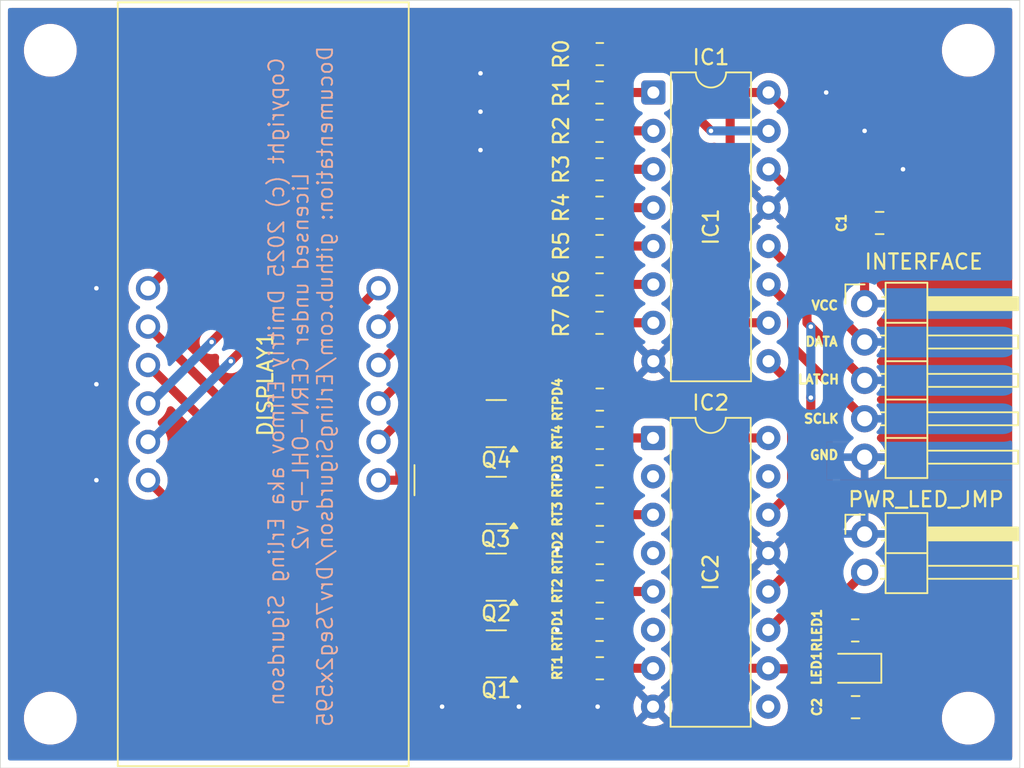
<source format=kicad_pcb>
(kicad_pcb (version 20241229) (generator "pcbnew") (generator_version "9.0")
  (layers (0 "F.Cu" signal) (2 "B.Cu" signal) (13 "F.Paste" user) (15 "B.Paste" user) (5 "F.SilkS" user "F.Silkscreen") (7 "B.SilkS" user "B.Silkscreen") (1 "F.Mask" user) (3 "B.Mask" user) (25 "Edge.Cuts" user))
  (net 0 "")
  (net 1 "Net-(IC1-Q0)")
  (net 2 "Net-(IC1-Q1)")
  (net 3 "Net-(IC1-Q2)")
  (net 4 "Net-(IC1-Q3)")
  (net 5 "Net-(IC1-Q4)")
  (net 6 "Net-(IC1-Q5)")
  (net 7 "Net-(IC1-Q6)")
  (net 8 "Net-(IC1-Q7)")
  (net 9 "VCC")
  (net 10 "GND")
  (net 11 "Net-(IC1-Q7S)")
  (net 13 "Net-(IC2-Q1)")
  (net 14 "Net-(IC2-Q3)")
  (net 17 "Net-(IC2-Q7)")
  (net 19 "Net-(IC2-Q5)")
  (net 21 "Net-(Q1-B)")
  (net 22 "Net-(Q2-B)")
  (net 23 "Net-(Q3-B)")
  (net 24 "Net-(Q4-B)")
  (net 25 "Net-(D1-K)")
  (net 26 "Net-(DISPLAY1-D1)")
  (net 27 "Net-(DISPLAY1-E)")
  (net 28 "Net-(DISPLAY1-B)")
  (net 29 "Net-(DISPLAY1-C)")
  (net 30 "Net-(DISPLAY1-G)")
  (net 31 "Net-(DISPLAY1-D3)")
  (net 32 "Net-(DISPLAY1-DP)")
  (net 33 "Net-(DISPLAY1-F)")
  (net 34 "Net-(DISPLAY1-D2)")
  (net 35 "Net-(DISPLAY1-D4)")
  (net 36 "Net-(DISPLAY1-D)")
  (net 37 "Net-(DISPLAY1-A)")
  (net 38 "Net-(IC1-LATCH)")
  (net 39 "Net-(IC1-DATA)")
  (net 40 "Net-(IC1-SCLK)")
  (net 41 "Net-(J2-Pin_1)")
  (footprint "Resistor_SMD:R_0805_2012Metric_Pad1.20x1.40mm_HandSolder" (layer "F.Cu") (at 156.48 93.98)
    (property "Reference" "RTPD4" (at -2.794 0 90) (layer "F.SilkS") (effects (font (size 0.6 0.6))))
    (property "Value" "1k5" (hide yes))
    (fp_line (start -0.227064 -0.735) (end 0.227064 -0.735) (stroke (width 0.12)) (layer "F.SilkS"))
    (fp_line (start -0.227064 0.735) (end 0.227064 0.735) (stroke (width 0.12)) (layer "F.SilkS"))
    (pad "1" smd roundrect (at -1 0) (size 1.2 1.4) (layers "F.Cu" "F.Mask" "F.Paste") (roundrect_rratio 0.208333) (net 10 "GND"))
    (pad "2" smd roundrect (at 1 0) (size 1.2 1.4) (layers "F.Cu" "F.Mask" "F.Paste") (roundrect_rratio 0.208333) (net 24 "Net-(Q4-B)"))
  )
  (footprint "Capacitor_SMD:C_0805_2012Metric_Pad1.18x1.45mm_HandSolder" (layer "F.Cu") (at 173.3925 114.334 180)
    (property "Reference" "C2" (at 2.5521 0.0086 90) (layer "F.SilkS") (effects (font (size 0.6 0.6))))
    (property "Value" "0.1 μF" (hide yes))
    (fp_line (start -0.261252 0.735) (end 0.261252 0.735) (stroke (width 0.12)) (layer "F.SilkS"))
    (fp_line (start -0.261252 -0.735) (end 0.261252 -0.735) (stroke (width 0.12)) (layer "F.SilkS"))
    (pad "1" smd roundrect (at -1.0375 0 180) (size 1.175 1.45) (layers "F.Cu" "F.Mask" "F.Paste") (roundrect_rratio 0.212766) (net 10 "GND"))
    (pad "2" smd roundrect (at 1.0375 0 180) (size 1.175 1.45) (layers "F.Cu" "F.Mask" "F.Paste") (roundrect_rratio 0.212766) (net 9 "VCC"))
  )
  (footprint "Resistor_SMD:R_0805_2012Metric_Pad1.20x1.40mm_HandSolder" (layer "F.Cu") (at 156.48 104.14)
    (property "Reference" "RTPD2" (at -2.794 0 90) (layer "F.SilkS") (effects (font (size 0.6 0.6))))
    (property "Value" "1k5" (hide yes))
    (fp_line (start -0.227064 -0.735) (end 0.227064 -0.735) (stroke (width 0.12)) (layer "F.SilkS"))
    (fp_line (start -0.227064 0.735) (end 0.227064 0.735) (stroke (width 0.12)) (layer "F.SilkS"))
    (pad "1" smd roundrect (at -1 0) (size 1.2 1.4) (layers "F.Cu" "F.Mask" "F.Paste") (roundrect_rratio 0.208333) (net 10 "GND"))
    (pad "2" smd roundrect (at 1 0) (size 1.2 1.4) (layers "F.Cu" "F.Mask" "F.Paste") (roundrect_rratio 0.208333) (net 22 "Net-(Q2-B)"))
  )
  (footprint "Resistor_SMD:R_0805_2012Metric_Pad1.20x1.40mm_HandSolder" (layer "F.Cu") (at 156.464 99.06)
    (property "Reference" "RTPD3" (at -2.794 0 90) (layer "F.SilkS") (effects (font (size 0.6 0.6))))
    (property "Value" "1k5" (hide yes))
    (fp_line (start -0.227064 -0.735) (end 0.227064 -0.735) (stroke (width 0.12)) (layer "F.SilkS"))
    (fp_line (start -0.227064 0.735) (end 0.227064 0.735) (stroke (width 0.12)) (layer "F.SilkS"))
    (pad "1" smd roundrect (at -1 0) (size 1.2 1.4) (layers "F.Cu" "F.Mask" "F.Paste") (roundrect_rratio 0.208333) (net 10 "GND"))
    (pad "2" smd roundrect (at 1 0) (size 1.2 1.4) (layers "F.Cu" "F.Mask" "F.Paste") (roundrect_rratio 0.208333) (net 23 "Net-(Q3-B)"))
  )
  (footprint "Package_DIP:DIP-16_W7.62mm" (layer "F.Cu") (at 160.02 73.66)
    (property "Reference" "IC1" (at 3.81 -2.33 0) (layer "F.SilkS"))
    (property "Value" "74HC595" (hide yes))
    (fp_line (start 1.16 -1.33) (end 1.16 19.11) (stroke (width 0.12)) (layer "F.SilkS"))
    (fp_line (start 1.16 19.11) (end 6.46 19.11) (stroke (width 0.12)) (layer "F.SilkS"))
    (fp_line (start 2.81 -1.33) (end 1.16 -1.33) (stroke (width 0.12)) (layer "F.SilkS"))
    (fp_line (start 6.46 -1.33) (end 4.81 -1.33) (stroke (width 0.12)) (layer "F.SilkS"))
    (fp_line (start 6.46 19.11) (end 6.46 -1.33) (stroke (width 0.12)) (layer "F.SilkS"))
    (fp_arc (start 4.81 -1.33) (mid 3.81 -0.33) (end 2.81 -1.33) (stroke (width 0.12)) (layer "F.SilkS"))
    (fp_text user "${REFERENCE}" (at 3.81 8.89 90) (layer "F.SilkS"))
    (pad "1" thru_hole roundrect (at 0 0) (size 1.6 1.6) (drill 0.8) (layers "*.Cu" "*.Mask") (roundrect_rratio 0.15625) (net 2 "Net-(IC1-Q1)"))
    (pad "2" thru_hole circle (at 0 2.54) (size 1.6 1.6) (drill 0.8) (layers "*.Cu" "*.Mask") (net 3 "Net-(IC1-Q2)"))
    (pad "3" thru_hole circle (at 0 5.08) (size 1.6 1.6) (drill 0.8) (layers "*.Cu" "*.Mask") (net 4 "Net-(IC1-Q3)"))
    (pad "4" thru_hole circle (at 0 7.62) (size 1.6 1.6) (drill 0.8) (layers "*.Cu" "*.Mask") (net 5 "Net-(IC1-Q4)"))
    (pad "5" thru_hole circle (at 0 10.16) (size 1.6 1.6) (drill 0.8) (layers "*.Cu" "*.Mask") (net 6 "Net-(IC1-Q5)"))
    (pad "6" thru_hole circle (at 0 12.7) (size 1.6 1.6) (drill 0.8) (layers "*.Cu" "*.Mask") (net 7 "Net-(IC1-Q6)"))
    (pad "7" thru_hole circle (at 0 15.24) (size 1.6 1.6) (drill 0.8) (layers "*.Cu" "*.Mask") (net 8 "Net-(IC1-Q7)"))
    (pad "8" thru_hole circle (at 0 17.78) (size 1.6 1.6) (drill 0.8) (layers "*.Cu" "*.Mask") (net 10 "GND"))
    (pad "9" thru_hole circle (at 7.62 17.78) (size 1.6 1.6) (drill 0.8) (layers "*.Cu" "*.Mask") (net 11 "Net-(IC1-Q7S)"))
    (pad "10" thru_hole circle (at 7.62 15.24) (size 1.6 1.6) (drill 0.8) (layers "*.Cu" "*.Mask") (net 9 "VCC"))
    (pad "11" thru_hole circle (at 7.62 12.7) (size 1.6 1.6) (drill 0.8) (layers "*.Cu" "*.Mask") (net 40 "Net-(IC1-SCLK)"))
    (pad "12" thru_hole circle (at 7.62 10.16) (size 1.6 1.6) (drill 0.8) (layers "*.Cu" "*.Mask") (net 38 "Net-(IC1-LATCH)"))
    (pad "13" thru_hole circle (at 7.62 7.62) (size 1.6 1.6) (drill 0.8) (layers "*.Cu" "*.Mask") (net 10 "GND"))
    (pad "14" thru_hole circle (at 7.62 5.08) (size 1.6 1.6) (drill 0.8) (layers "*.Cu" "*.Mask") (net 39 "Net-(IC1-DATA)"))
    (pad "15" thru_hole circle (at 7.62 2.54) (size 1.6 1.6) (drill 0.8) (layers "*.Cu" "*.Mask") (net 1 "Net-(IC1-Q0)"))
    (pad "16" thru_hole circle (at 7.62 0) (size 1.6 1.6) (drill 0.8) (layers "*.Cu" "*.Mask") (net 9 "VCC"))
  )
  (footprint "Resistor_SMD:R_0805_2012Metric_Pad1.20x1.40mm_HandSolder" (layer "F.Cu") (at 156.48 106.68)
    (property "Reference" "RT2" (at -2.81 -0.04 90) (layer "F.SilkS") (effects (font (size 0.6 0.6))))
    (property "Value" "1k5" (hide yes))
    (fp_line (start -0.227064 -0.735) (end 0.227064 -0.735) (stroke (width 0.12)) (layer "F.SilkS"))
    (fp_line (start -0.227064 0.735) (end 0.227064 0.735) (stroke (width 0.12)) (layer "F.SilkS"))
    (pad "1" smd roundrect (at -1 0) (size 1.2 1.4) (layers "F.Cu" "F.Mask" "F.Paste") (roundrect_rratio 0.208333) (net 22 "Net-(Q2-B)"))
    (pad "2" smd roundrect (at 1 0) (size 1.2 1.4) (layers "F.Cu" "F.Mask" "F.Paste") (roundrect_rratio 0.208333) (net 19 "Net-(IC2-Q5)"))
  )
  (footprint "MountingHole:MountingHole_3mm" (layer "F.Cu") (at 120.142 115.062)
    (property "Reference" "Hole3" (hide yes))
    (property "Value" "MountingHole" (hide yes))
    (pad "" np_thru_hole circle (at 0 0) (size 3 3) (drill 3) (layers "*.Cu" "*.Mask"))
  )
  (footprint "Resistor_SMD:R_0805_2012Metric_Pad1.20x1.40mm_HandSolder" (layer "F.Cu") (at 156.464 76.2)
    (property "Reference" "R2" (at -2.54 0 90) (layer "F.SilkS"))
    (property "Value" "330" (hide yes))
    (fp_line (start -0.227064 -0.735) (end 0.227064 -0.735) (stroke (width 0.12)) (layer "F.SilkS"))
    (fp_line (start -0.227064 0.735) (end 0.227064 0.735) (stroke (width 0.12)) (layer "F.SilkS"))
    (pad "1" smd roundrect (at -1 0) (size 1.2 1.4) (layers "F.Cu" "F.Mask" "F.Paste") (roundrect_rratio 0.208333) (net 37 "Net-(DISPLAY1-A)"))
    (pad "2" smd roundrect (at 1 0) (size 1.2 1.4) (layers "F.Cu" "F.Mask" "F.Paste") (roundrect_rratio 0.208333) (net 3 "Net-(IC1-Q2)"))
  )
  (footprint "Drv7Seg2x595:PinHeader_1x05_P2.54mm_Horizontal" (layer "F.Cu") (at 173.99 87.63)
    (property "Reference" "J1" (hide yes))
    (property "Value" "INTERFACE" (at 3.908303 -2.772658 0) (layer "F.SilkS"))
    (fp_line (start -1.27 -1.27) (end 0 -1.27) (stroke (width 0.12)) (layer "F.SilkS"))
    (fp_line (start -1.27 0) (end -1.27 -1.27) (stroke (width 0.12)) (layer "F.SilkS"))
    (fp_line (start 1.077358 2.11) (end 1.39 2.11) (stroke (width 0.12)) (layer "F.SilkS"))
    (fp_line (start 1.077358 2.97) (end 1.39 2.97) (stroke (width 0.12)) (layer "F.SilkS"))
    (fp_line (start 1.077358 4.65) (end 1.39 4.65) (stroke (width 0.12)) (layer "F.SilkS"))
    (fp_line (start 1.077358 5.51) (end 1.39 5.51) (stroke (width 0.12)) (layer "F.SilkS"))
    (fp_line (start 1.077358 7.19) (end 1.39 7.19) (stroke (width 0.12)) (layer "F.SilkS"))
    (fp_line (start 1.077358 8.05) (end 1.39 8.05) (stroke (width 0.12)) (layer "F.SilkS"))
    (fp_line (start 1.077358 9.73) (end 1.39 9.73) (stroke (width 0.12)) (layer "F.SilkS"))
    (fp_line (start 1.077358 10.59) (end 1.39 10.59) (stroke (width 0.12)) (layer "F.SilkS"))
    (fp_line (start 1.16 -0.43) (end 1.39 -0.43) (stroke (width 0.12)) (layer "F.SilkS"))
    (fp_line (start 1.16 0.43) (end 1.39 0.43) (stroke (width 0.12)) (layer "F.SilkS"))
    (fp_line (start 1.39 -1.38) (end 1.39 11.54) (stroke (width 0.12)) (layer "F.SilkS"))
    (fp_line (start 1.39 1.27) (end 4.15 1.27) (stroke (width 0.12)) (layer "F.SilkS"))
    (fp_line (start 1.39 3.81) (end 4.15 3.81) (stroke (width 0.12)) (layer "F.SilkS"))
    (fp_line (start 1.39 6.35) (end 4.15 6.35) (stroke (width 0.12)) (layer "F.SilkS"))
    (fp_line (start 1.39 8.89) (end 4.15 8.89) (stroke (width 0.12)) (layer "F.SilkS"))
    (fp_line (start 1.39 11.54) (end 4.15 11.54) (stroke (width 0.12)) (layer "F.SilkS"))
    (fp_line (start 4.15 -1.38) (end 1.39 -1.38) (stroke (width 0.12)) (layer "F.SilkS"))
    (fp_line (start 4.15 2.11) (end 10.15 2.11) (stroke (width 0.12)) (layer "F.SilkS"))
    (fp_line (start 4.15 4.65) (end 10.15 4.65) (stroke (width 0.12)) (layer "F.SilkS"))
    (fp_line (start 4.15 7.19) (end 10.15 7.19) (stroke (width 0.12)) (layer "F.SilkS"))
    (fp_line (start 4.15 9.73) (end 10.15 9.73) (stroke (width 0.12)) (layer "F.SilkS"))
    (fp_line (start 4.15 11.54) (end 4.15 -1.38) (stroke (width 0.12)) (layer "F.SilkS"))
    (fp_line (start 10.15 2.11) (end 10.15 2.97) (stroke (width 0.12)) (layer "F.SilkS"))
    (fp_line (start 10.15 2.97) (end 4.15 2.97) (stroke (width 0.12)) (layer "F.SilkS"))
    (fp_line (start 10.15 4.65) (end 10.15 5.51) (stroke (width 0.12)) (layer "F.SilkS"))
    (fp_line (start 10.15 5.51) (end 4.15 5.51) (stroke (width 0.12)) (layer "F.SilkS"))
    (fp_line (start 10.15 7.19) (end 10.15 8.05) (stroke (width 0.12)) (layer "F.SilkS"))
    (fp_line (start 10.15 8.05) (end 4.15 8.05) (stroke (width 0.12)) (layer "F.SilkS"))
    (fp_line (start 10.15 9.73) (end 10.15 10.59) (stroke (width 0.12)) (layer "F.SilkS"))
    (fp_line (start 10.15 10.59) (end 4.15 10.59) (stroke (width 0.12)) (layer "F.SilkS"))
    (fp_rect (start 4.15 -0.43) (end 10.15 0.43) (stroke (width 0.12)) (fill yes) (layer "F.SilkS"))
    (pad "1" thru_hole circle (at 0 0) (size 1.8 1.8) (drill 1) (layers "*.Cu" "*.Mask") (net 9 "VCC"))
    (pad "2" thru_hole circle (at 0 2.54) (size 1.8 1.8) (drill 1) (layers "*.Cu" "*.Mask") (net 39 "Net-(IC1-DATA)"))
    (pad "3" thru_hole circle (at 0 5.08) (size 1.8 1.8) (drill 1) (layers "*.Cu" "*.Mask") (net 38 "Net-(IC1-LATCH)"))
    (pad "4" thru_hole circle (at 0 7.62) (size 1.8 1.8) (drill 1) (layers "*.Cu" "*.Mask") (net 40 "Net-(IC1-SCLK)"))
    (pad "5" thru_hole circle (at 0 10.16) (size 1.8 1.8) (drill 1) (layers "*.Cu" "*.Mask") (net 10 "GND"))
  )
  (footprint "Resistor_SMD:R_0805_2012Metric_Pad1.20x1.40mm_HandSolder" (layer "F.Cu") (at 156.464 78.74)
    (property "Reference" "R3" (at -2.54 0 90) (layer "F.SilkS"))
    (property "Value" "330" (hide yes))
    (fp_line (start -0.227064 -0.735) (end 0.227064 -0.735) (stroke (width 0.12)) (layer "F.SilkS"))
    (fp_line (start -0.227064 0.735) (end 0.227064 0.735) (stroke (width 0.12)) (layer "F.SilkS"))
    (pad "1" smd roundrect (at -1 0) (size 1.2 1.4) (layers "F.Cu" "F.Mask" "F.Paste") (roundrect_rratio 0.208333) (net 30 "Net-(DISPLAY1-G)"))
    (pad "2" smd roundrect (at 1 0) (size 1.2 1.4) (layers "F.Cu" "F.Mask" "F.Paste") (roundrect_rratio 0.208333) (net 4 "Net-(IC1-Q3)"))
  )
  (footprint "Resistor_SMD:R_0805_2012Metric_Pad1.20x1.40mm_HandSolder" (layer "F.Cu") (at 173.371 109.254)
    (property "Reference" "RLED1" (at -2.5306 -0.0086 90) (layer "F.SilkS") (effects (font (size 0.6 0.6))))
    (property "Value" "330" (hide yes))
    (fp_line (start -0.227064 -0.735) (end 0.227064 -0.735) (stroke (width 0.12)) (layer "F.SilkS"))
    (fp_line (start -0.227064 0.735) (end 0.227064 0.735) (stroke (width 0.12)) (layer "F.SilkS"))
    (pad "1" smd roundrect (at -1 0) (size 1.2 1.4) (layers "F.Cu" "F.Mask" "F.Paste") (roundrect_rratio 0.208333) (net 41 "Net-(J2-Pin_1)"))
    (pad "2" smd roundrect (at 1 0) (size 1.2 1.4) (layers "F.Cu" "F.Mask" "F.Paste") (roundrect_rratio 0.208333) (net 25 "Net-(D1-K)"))
  )
  (footprint "Resistor_SMD:R_0805_2012Metric_Pad1.20x1.40mm_HandSolder" (layer "F.Cu") (at 156.464 83.82)
    (property "Reference" "R5" (at -2.54 0 90) (layer "F.SilkS"))
    (property "Value" "330" (hide yes))
    (fp_line (start -0.227064 -0.735) (end 0.227064 -0.735) (stroke (width 0.12)) (layer "F.SilkS"))
    (fp_line (start -0.227064 0.735) (end 0.227064 0.735) (stroke (width 0.12)) (layer "F.SilkS"))
    (pad "1" smd roundrect (at -1 0) (size 1.2 1.4) (layers "F.Cu" "F.Mask" "F.Paste") (roundrect_rratio 0.208333) (net 32 "Net-(DISPLAY1-DP)"))
    (pad "2" smd roundrect (at 1 0) (size 1.2 1.4) (layers "F.Cu" "F.Mask" "F.Paste") (roundrect_rratio 0.208333) (net 6 "Net-(IC1-Q5)"))
  )
  (footprint "Resistor_SMD:R_0805_2012Metric_Pad1.20x1.40mm_HandSolder" (layer "F.Cu") (at 156.464 88.9)
    (property "Reference" "R7" (at -2.54 0 90) (layer "F.SilkS"))
    (property "Value" "330" (hide yes))
    (fp_line (start -0.227064 -0.735) (end 0.227064 -0.735) (stroke (width 0.12)) (layer "F.SilkS"))
    (fp_line (start -0.227064 0.735) (end 0.227064 0.735) (stroke (width 0.12)) (layer "F.SilkS"))
    (pad "1" smd roundrect (at -1 0) (size 1.2 1.4) (layers "F.Cu" "F.Mask" "F.Paste") (roundrect_rratio 0.208333) (net 27 "Net-(DISPLAY1-E)"))
    (pad "2" smd roundrect (at 1 0) (size 1.2 1.4) (layers "F.Cu" "F.Mask" "F.Paste") (roundrect_rratio 0.208333) (net 8 "Net-(IC1-Q7)"))
  )
  (footprint "Resistor_SMD:R_0805_2012Metric_Pad1.20x1.40mm_HandSolder" (layer "F.Cu") (at 156.464 81.28)
    (property "Reference" "R4" (at -2.54 0 90) (layer "F.SilkS"))
    (property "Value" "330" (hide yes))
    (fp_line (start -0.227064 -0.735) (end 0.227064 -0.735) (stroke (width 0.12)) (layer "F.SilkS"))
    (fp_line (start -0.227064 0.735) (end 0.227064 0.735) (stroke (width 0.12)) (layer "F.SilkS"))
    (pad "1" smd roundrect (at -1 0) (size 1.2 1.4) (layers "F.Cu" "F.Mask" "F.Paste") (roundrect_rratio 0.208333) (net 29 "Net-(DISPLAY1-C)"))
    (pad "2" smd roundrect (at 1 0) (size 1.2 1.4) (layers "F.Cu" "F.Mask" "F.Paste") (roundrect_rratio 0.208333) (net 5 "Net-(IC1-Q4)"))
  )
  (footprint "Package_DIP:DIP-16_W7.62mm" (layer "F.Cu") (at 160 96.52)
    (property "Reference" "IC2" (at 3.81 -2.33 0) (layer "F.SilkS"))
    (property "Value" "74HC595" (hide yes))
    (fp_line (start 1.16 -1.33) (end 1.16 19.11) (stroke (width 0.12)) (layer "F.SilkS"))
    (fp_line (start 1.16 19.11) (end 6.46 19.11) (stroke (width 0.12)) (layer "F.SilkS"))
    (fp_line (start 2.81 -1.33) (end 1.16 -1.33) (stroke (width 0.12)) (layer "F.SilkS"))
    (fp_line (start 6.46 -1.33) (end 4.81 -1.33) (stroke (width 0.12)) (layer "F.SilkS"))
    (fp_line (start 6.46 19.11) (end 6.46 -1.33) (stroke (width 0.12)) (layer "F.SilkS"))
    (fp_arc (start 4.81 -1.33) (mid 3.81 -0.33) (end 2.81 -1.33) (stroke (width 0.12)) (layer "F.SilkS"))
    (fp_text user "${REFERENCE}" (at 3.81 8.89 90) (layer "F.SilkS"))
    (pad "1" thru_hole roundrect (at 0 0) (size 1.6 1.6) (drill 0.8) (layers "*.Cu" "*.Mask") (roundrect_rratio 0.15625) (net 13 "Net-(IC2-Q1)"))
    (pad "2" thru_hole circle (at 0 2.54) (size 1.6 1.6) (drill 0.8) (layers "*.Cu" "*.Mask"))
    (pad "3" thru_hole circle (at 0 5.08) (size 1.6 1.6) (drill 0.8) (layers "*.Cu" "*.Mask") (net 14 "Net-(IC2-Q3)"))
    (pad "4" thru_hole circle (at 0 7.62) (size 1.6 1.6) (drill 0.8) (layers "*.Cu" "*.Mask"))
    (pad "5" thru_hole circle (at 0 10.16) (size 1.6 1.6) (drill 0.8) (layers "*.Cu" "*.Mask") (net 19 "Net-(IC2-Q5)"))
    (pad "6" thru_hole circle (at 0 12.7) (size 1.6 1.6) (drill 0.8) (layers "*.Cu" "*.Mask"))
    (pad "7" thru_hole circle (at 0 15.24) (size 1.6 1.6) (drill 0.8) (layers "*.Cu" "*.Mask") (net 17 "Net-(IC2-Q7)"))
    (pad "8" thru_hole circle (at 0 17.78) (size 1.6 1.6) (drill 0.8) (layers "*.Cu" "*.Mask") (net 10 "GND"))
    (pad "9" thru_hole circle (at 7.62 17.78) (size 1.6 1.6) (drill 0.8) (layers "*.Cu" "*.Mask"))
    (pad "10" thru_hole circle (at 7.62 15.24) (size 1.6 1.6) (drill 0.8) (layers "*.Cu" "*.Mask") (net 9 "VCC"))
    (pad "11" thru_hole circle (at 7.62 12.7) (size 1.6 1.6) (drill 0.8) (layers "*.Cu" "*.Mask") (net 40 "Net-(IC1-SCLK)"))
    (pad "12" thru_hole circle (at 7.62 10.16) (size 1.6 1.6) (drill 0.8) (layers "*.Cu" "*.Mask") (net 38 "Net-(IC1-LATCH)"))
    (pad "13" thru_hole circle (at 7.62 7.62) (size 1.6 1.6) (drill 0.8) (layers "*.Cu" "*.Mask") (net 10 "GND"))
    (pad "14" thru_hole circle (at 7.62 5.08) (size 1.6 1.6) (drill 0.8) (layers "*.Cu" "*.Mask") (net 11 "Net-(IC1-Q7S)"))
    (pad "15" thru_hole circle (at 7.62 2.54) (size 1.6 1.6) (drill 0.8) (layers "*.Cu" "*.Mask"))
    (pad "16" thru_hole circle (at 7.62 0) (size 1.6 1.6) (drill 0.8) (layers "*.Cu" "*.Mask") (net 9 "VCC"))
  )
  (footprint "MountingHole:MountingHole_3mm" (layer "F.Cu") (at 120.142 70.866)
    (property "Reference" "Hole4" (hide yes))
    (property "Value" "MountingHole" (hide yes))
    (pad "" np_thru_hole circle (at 0 0) (size 3 3) (drill 3) (layers "*.Cu" "*.Mask"))
  )
  (footprint "Drv7Seg2x595:display_7seg_4d_0.56in" (layer "F.Cu") (at 141.8435 99.314 180)
    (property "Reference" "DISPLAY1" (hide yes))
    (property "Value" "display_7seg_4d" (hide yes))
    (fp_line (start 17.24 31.62) (end 17.24 -18.92) (stroke (width 0.12)) (layer "F.SilkS"))
    (fp_line (start -2 31.62) (end 17.24 31.62) (stroke (width 0.12)) (layer "F.SilkS"))
    (fp_line (start -2 -18.92) (end 17.24 -18.92) (stroke (width 0.12)) (layer "F.SilkS"))
    (fp_line (start -2 -18.92) (end -2 31.62) (stroke (width 0.12)) (layer "F.SilkS"))
    (fp_line (start -2.38 -1) (end -2.38 1) (stroke (width 0.12)) (layer "F.SilkS"))
    (fp_text user "${REFERENCE}" (at 7.4775 6.35 270) (layer "F.SilkS"))
    (pad "1" thru_hole circle (at 0 0 180) (size 1.6 1.6) (drill 1) (layers "*.Cu" "*.Mask") (net 27 "Net-(DISPLAY1-E)"))
    (pad "2" thru_hole circle (at 0 2.54 180) (size 1.6 1.6) (drill 1) (layers "*.Cu" "*.Mask") (net 36 "Net-(DISPLAY1-D)"))
    (pad "3" thru_hole circle (at 0 5.08 180) (size 1.6 1.6) (drill 1) (layers "*.Cu" "*.Mask") (net 32 "Net-(DISPLAY1-DP)"))
    (pad "4" thru_hole circle (at 0 7.62 180) (size 1.6 1.6) (drill 1) (layers "*.Cu" "*.Mask") (net 29 "Net-(DISPLAY1-C)"))
    (pad "5" thru_hole circle (at 0 10.16 180) (size 1.6 1.6) (drill 1) (layers "*.Cu" "*.Mask") (net 30 "Net-(DISPLAY1-G)"))
    (pad "6" thru_hole circle (at 0 12.7 180) (size 1.6 1.6) (drill 1) (layers "*.Cu" "*.Mask") (net 35 "Net-(DISPLAY1-D4)"))
    (pad "7" thru_hole circle (at 15.24 12.7 180) (size 1.6 1.6) (drill 1) (layers "*.Cu" "*.Mask") (net 28 "Net-(DISPLAY1-B)"))
    (pad "8" thru_hole circle (at 15.24 10.16 180) (size 1.6 1.6) (drill 1) (layers "*.Cu" "*.Mask") (net 31 "Net-(DISPLAY1-D3)"))
    (pad "9" thru_hole circle (at 15.24 7.62 180) (size 1.6 1.6) (drill 1) (layers "*.Cu" "*.Mask") (net 34 "Net-(DISPLAY1-D2)"))
    (pad "10" thru_hole circle (at 15.24 5.08 180) (size 1.6 1.6) (drill 1) (layers "*.Cu" "*.Mask") (net 33 "Net-(DISPLAY1-F)"))
    (pad "11" thru_hole circle (at 15.24 2.54 180) (size 1.6 1.6) (drill 1) (layers "*.Cu" "*.Mask") (net 37 "Net-(DISPLAY1-A)"))
    (pad "12" thru_hole circle (at 15.24 0 180) (size 1.6 1.6) (drill 1) (layers "*.Cu" "*.Mask") (net 26 "Net-(DISPLAY1-D1)"))
  )
  (footprint "Package_TO_SOT_SMD:SOT-23" (layer "F.Cu") (at 149.63 110.81 180)
    (property "Reference" "Q1" (at 0 -2.4 180) (layer "F.SilkS"))
    (property "Value" "MMBT3904" (hide yes))
    (fp_line (start 0 1.56) (end 0.65 1.56) (stroke (width 0.12)) (layer "F.SilkS"))
    (fp_line (start 0 1.56) (end -0.65 1.56) (stroke (width 0.12)) (layer "F.SilkS"))
    (fp_line (start 0 -1.56) (end 0.65 -1.56) (stroke (width 0.12)) (layer "F.SilkS"))
    (fp_line (start 0 -1.56) (end -0.65 -1.56) (stroke (width 0.12)) (layer "F.SilkS"))
    (fp_poly (pts (xy -1.1625 -1.51) (xy -1.4025 -1.84) (xy -0.9225 -1.84)) (stroke (width 0.12)) (fill yes) (layer "F.SilkS"))
    (pad "1" smd roundrect (at -0.9375 -0.95 180) (size 1.475 0.6) (layers "F.Cu" "F.Mask" "F.Paste") (net 21 "Net-(Q1-B)"))
    (pad "2" smd roundrect (at -0.9375 0.95 180) (size 1.475 0.6) (layers "F.Cu" "F.Mask" "F.Paste") (net 10 "GND"))
    (pad "3" smd roundrect (at 0.9375 0 180) (size 1.475 0.6) (layers "F.Cu" "F.Mask" "F.Paste") (net 26 "Net-(DISPLAY1-D1)"))
  )
  (footprint "Resistor_SMD:R_0805_2012Metric_Pad1.20x1.40mm_HandSolder" (layer "F.Cu") (at 156.48 96.52)
    (property "Reference" "RT4" (at -2.81 -0.04 90) (layer "F.SilkS") (effects (font (size 0.6 0.6))))
    (property "Value" "1k5" (hide yes))
    (fp_line (start -0.227064 -0.735) (end 0.227064 -0.735) (stroke (width 0.12)) (layer "F.SilkS"))
    (fp_line (start -0.227064 0.735) (end 0.227064 0.735) (stroke (width 0.12)) (layer "F.SilkS"))
    (pad "1" smd roundrect (at -1 0) (size 1.2 1.4) (layers "F.Cu" "F.Mask" "F.Paste") (roundrect_rratio 0.208333) (net 24 "Net-(Q4-B)"))
    (pad "2" smd roundrect (at 1 0) (size 1.2 1.4) (layers "F.Cu" "F.Mask" "F.Paste") (roundrect_rratio 0.208333) (net 13 "Net-(IC2-Q1)"))
  )
  (footprint "MountingHole:MountingHole_3mm" (layer "F.Cu") (at 180.848 70.866)
    (property "Reference" "Hole1" (hide yes))
    (property "Value" "MountingHole" (hide yes))
    (pad "" np_thru_hole circle (at 0 0) (size 3 3) (drill 3) (layers "*.Cu" "*.Mask"))
  )
  (footprint "Resistor_SMD:R_0805_2012Metric_Pad1.20x1.40mm_HandSolder" (layer "F.Cu") (at 156.464 109.22)
    (property "Reference" "RTPD1" (at -2.794 0 90) (layer "F.SilkS") (effects (font (size 0.6 0.6))))
    (property "Value" "1k5" (hide yes))
    (fp_line (start -0.227064 -0.735) (end 0.227064 -0.735) (stroke (width 0.12)) (layer "F.SilkS"))
    (fp_line (start -0.227064 0.735) (end 0.227064 0.735) (stroke (width 0.12)) (layer "F.SilkS"))
    (pad "1" smd roundrect (at -1 0) (size 1.2 1.4) (layers "F.Cu" "F.Mask" "F.Paste") (roundrect_rratio 0.208333) (net 10 "GND"))
    (pad "2" smd roundrect (at 1 0) (size 1.2 1.4) (layers "F.Cu" "F.Mask" "F.Paste") (roundrect_rratio 0.208333) (net 21 "Net-(Q1-B)"))
  )
  (footprint "MountingHole:MountingHole_3mm" (layer "F.Cu") (at 180.848 115.062)
    (property "Reference" "Hole2" (hide yes))
    (property "Value" "MountingHole" (hide yes))
    (pad "" np_thru_hole circle (at 0 0) (size 3 3) (drill 3) (layers "*.Cu" "*.Mask"))
  )
  (footprint "Package_TO_SOT_SMD:SOT-23" (layer "F.Cu") (at 149.63 95.57 180)
    (property "Reference" "Q4" (at 0 -2.4 180) (layer "F.SilkS"))
    (property "Value" "MMBT3904" (hide yes))
    (fp_line (start 0 1.56) (end 0.65 1.56) (stroke (width 0.12)) (layer "F.SilkS"))
    (fp_line (start 0 1.56) (end -0.65 1.56) (stroke (width 0.12)) (layer "F.SilkS"))
    (fp_line (start 0 -1.56) (end 0.65 -1.56) (stroke (width 0.12)) (layer "F.SilkS"))
    (fp_line (start 0 -1.56) (end -0.65 -1.56) (stroke (width 0.12)) (layer "F.SilkS"))
    (fp_poly (pts (xy -1.1625 -1.51) (xy -1.4025 -1.84) (xy -0.9225 -1.84)) (stroke (width 0.12)) (fill yes) (layer "F.SilkS"))
    (pad "1" smd roundrect (at -0.9375 -0.95 180) (size 1.475 0.6) (layers "F.Cu" "F.Mask" "F.Paste") (net 24 "Net-(Q4-B)"))
    (pad "2" smd roundrect (at -0.9375 0.95 180) (size 1.475 0.6) (layers "F.Cu" "F.Mask" "F.Paste") (net 10 "GND"))
    (pad "3" smd roundrect (at 0.9375 0 180) (size 1.475 0.6) (layers "F.Cu" "F.Mask" "F.Paste") (net 35 "Net-(DISPLAY1-D4)"))
  )
  (footprint "LED_SMD:LED_0805_2012Metric_Pad1.15x1.40mm_HandSolder" (layer "F.Cu") (at 173.237 111.76 180)
    (property "Reference" "D1" (hide yes))
    (property "Value" "LED1" (at 2.422 0 90) (layer "F.SilkS") (effects (font (size 0.6 0.6))))
    (fp_line (start 1 -0.96) (end -1.86 -0.96) (stroke (width 0.12)) (layer "F.SilkS"))
    (fp_line (start -1.86 0.96) (end 1 0.96) (stroke (width 0.12)) (layer "F.SilkS"))
    (fp_line (start -1.86 -0.96) (end -1.86 0.96) (stroke (width 0.12)) (layer "F.SilkS"))
    (pad "1" smd roundrect (at -1.025 0 180) (size 1.15 1.4) (layers "F.Cu" "F.Mask" "F.Paste") (roundrect_rratio 0.217391) (net 25 "Net-(D1-K)"))
    (pad "2" smd roundrect (at 1.025 0 180) (size 1.15 1.4) (layers "F.Cu" "F.Mask" "F.Paste") (roundrect_rratio 0.217391) (net 9 "VCC"))
  )
  (footprint "Capacitor_SMD:C_0805_2012Metric_Pad1.18x1.45mm_HandSolder" (layer "F.Cu") (at 174.9845 82.296)
    (property "Reference" "C1" (at -2.5185 0 90) (layer "F.SilkS") (effects (font (size 0.6 0.6))))
    (property "Value" "0.1 μF" (hide yes))
    (fp_line (start -0.261252 -0.735) (end 0.261252 -0.735) (stroke (width 0.12)) (layer "F.SilkS"))
    (fp_line (start -0.261252 0.735) (end 0.261252 0.735) (stroke (width 0.12)) (layer "F.SilkS"))
    (pad "1" smd roundrect (at -1.0375 0) (size 1.175 1.45) (layers "F.Cu" "F.Mask" "F.Paste") (roundrect_rratio 0.212766) (net 9 "VCC"))
    (pad "2" smd roundrect (at 1.0375 0) (size 1.175 1.45) (layers "F.Cu" "F.Mask" "F.Paste") (roundrect_rratio 0.212766) (net 10 "GND"))
  )
  (footprint "Resistor_SMD:R_0805_2012Metric_Pad1.20x1.40mm_HandSolder" (layer "F.Cu") (at 156.48 111.76)
    (property "Reference" "RT1" (at -2.81 -0.04 90) (layer "F.SilkS") (effects (font (size 0.6 0.6))))
    (property "Value" "1k5" (hide yes))
    (fp_line (start -0.227064 -0.735) (end 0.227064 -0.735) (stroke (width 0.12)) (layer "F.SilkS"))
    (fp_line (start -0.227064 0.735) (end 0.227064 0.735) (stroke (width 0.12)) (layer "F.SilkS"))
    (pad "1" smd roundrect (at -1 0) (size 1.2 1.4) (layers "F.Cu" "F.Mask" "F.Paste") (roundrect_rratio 0.208333) (net 21 "Net-(Q1-B)"))
    (pad "2" smd roundrect (at 1 0) (size 1.2 1.4) (layers "F.Cu" "F.Mask" "F.Paste") (roundrect_rratio 0.208333) (net 17 "Net-(IC2-Q7)"))
  )
  (footprint "Resistor_SMD:R_0805_2012Metric_Pad1.20x1.40mm_HandSolder" (layer "F.Cu") (at 156.464 73.66)
    (property "Reference" "R1" (at -2.54 0 90) (layer "F.SilkS"))
    (property "Value" "330" (hide yes))
    (fp_line (start -0.227064 -0.735) (end 0.227064 -0.735) (stroke (width 0.12)) (layer "F.SilkS"))
    (fp_line (start -0.227064 0.735) (end 0.227064 0.735) (stroke (width 0.12)) (layer "F.SilkS"))
    (pad "1" smd roundrect (at -1 0) (size 1.2 1.4) (layers "F.Cu" "F.Mask" "F.Paste") (roundrect_rratio 0.208333) (net 33 "Net-(DISPLAY1-F)"))
    (pad "2" smd roundrect (at 1 0) (size 1.2 1.4) (layers "F.Cu" "F.Mask" "F.Paste") (roundrect_rratio 0.208333) (net 2 "Net-(IC1-Q1)"))
  )
  (footprint "Resistor_SMD:R_0805_2012Metric_Pad1.20x1.40mm_HandSolder" (layer "F.Cu") (at 156.464 86.36)
    (property "Reference" "R6" (at -2.54 0 90) (layer "F.SilkS"))
    (property "Value" "330" (hide yes))
    (fp_line (start -0.227064 -0.735) (end 0.227064 -0.735) (stroke (width 0.12)) (layer "F.SilkS"))
    (fp_line (start -0.227064 0.735) (end 0.227064 0.735) (stroke (width 0.12)) (layer "F.SilkS"))
    (pad "1" smd roundrect (at -1 0) (size 1.2 1.4) (layers "F.Cu" "F.Mask" "F.Paste") (roundrect_rratio 0.208333) (net 36 "Net-(DISPLAY1-D)"))
    (pad "2" smd roundrect (at 1 0) (size 1.2 1.4) (layers "F.Cu" "F.Mask" "F.Paste") (roundrect_rratio 0.208333) (net 7 "Net-(IC1-Q6)"))
  )
  (footprint "Package_TO_SOT_SMD:SOT-23" (layer "F.Cu") (at 149.63 105.73 180)
    (property "Reference" "Q2" (at 0 -2.4 180) (layer "F.SilkS"))
    (property "Value" "MMBT3904" (hide yes))
    (fp_line (start 0 1.56) (end 0.65 1.56) (stroke (width 0.12)) (layer "F.SilkS"))
    (fp_line (start 0 1.56) (end -0.65 1.56) (stroke (width 0.12)) (layer "F.SilkS"))
    (fp_line (start 0 -1.56) (end 0.65 -1.56) (stroke (width 0.12)) (layer "F.SilkS"))
    (fp_line (start 0 -1.56) (end -0.65 -1.56) (stroke (width 0.12)) (layer "F.SilkS"))
    (fp_poly (pts (xy -1.1625 -1.51) (xy -1.4025 -1.84) (xy -0.9225 -1.84)) (stroke (width 0.12)) (fill yes) (layer "F.SilkS"))
    (pad "1" smd roundrect (at -0.9375 -0.95 180) (size 1.475 0.6) (layers "F.Cu" "F.Mask" "F.Paste") (net 22 "Net-(Q2-B)"))
    (pad "2" smd roundrect (at -0.9375 0.95 180) (size 1.475 0.6) (layers "F.Cu" "F.Mask" "F.Paste") (net 10 "GND"))
    (pad "3" smd roundrect (at 0.9375 0 180) (size 1.475 0.6) (layers "F.Cu" "F.Mask" "F.Paste") (net 34 "Net-(DISPLAY1-D2)"))
  )
  (footprint "Resistor_SMD:R_0805_2012Metric_Pad1.20x1.40mm_HandSolder" (layer "F.Cu") (at 156.48 101.6)
    (property "Reference" "RT3" (at -2.81 -0.04 90) (layer "F.SilkS") (effects (font (size 0.6 0.6))))
    (property "Value" "1k5" (hide yes))
    (fp_line (start -0.227064 -0.735) (end 0.227064 -0.735) (stroke (width 0.12)) (layer "F.SilkS"))
    (fp_line (start -0.227064 0.735) (end 0.227064 0.735) (stroke (width 0.12)) (layer "F.SilkS"))
    (pad "1" smd roundrect (at -1 0) (size 1.2 1.4) (layers "F.Cu" "F.Mask" "F.Paste") (roundrect_rratio 0.208333) (net 23 "Net-(Q3-B)"))
    (pad "2" smd roundrect (at 1 0) (size 1.2 1.4) (layers "F.Cu" "F.Mask" "F.Paste") (roundrect_rratio 0.208333) (net 14 "Net-(IC2-Q3)"))
  )
  (footprint "Package_TO_SOT_SMD:SOT-23" (layer "F.Cu") (at 149.63 100.65 180)
    (property "Reference" "Q3" (at 0.0494 -2.5502 180) (layer "F.SilkS"))
    (property "Value" "MMBT3904" (hide yes))
    (fp_line (start 0 1.56) (end 0.65 1.56) (stroke (width 0.12)) (layer "F.SilkS"))
    (fp_line (start 0 1.56) (end -0.65 1.56) (stroke (width 0.12)) (layer "F.SilkS"))
    (fp_line (start 0 -1.56) (end 0.65 -1.56) (stroke (width 0.12)) (layer "F.SilkS"))
    (fp_line (start 0 -1.56) (end -0.65 -1.56) (stroke (width 0.12)) (layer "F.SilkS"))
    (fp_poly (pts (xy -1.1625 -1.51) (xy -1.4025 -1.84) (xy -0.9225 -1.84)) (stroke (width 0.12)) (fill yes) (layer "F.SilkS"))
    (pad "1" smd roundrect (at -0.9375 -0.95 180) (size 1.475 0.6) (layers "F.Cu" "F.Mask" "F.Paste") (net 23 "Net-(Q3-B)"))
    (pad "2" smd roundrect (at -0.9375 0.95 180) (size 1.475 0.6) (layers "F.Cu" "F.Mask" "F.Paste") (net 10 "GND"))
    (pad "3" smd roundrect (at 0.9375 0 180) (size 1.475 0.6) (layers "F.Cu" "F.Mask" "F.Paste") (net 31 "Net-(DISPLAY1-D3)"))
  )
  (footprint "Resistor_SMD:R_0805_2012Metric_Pad1.20x1.40mm_HandSolder" (layer "F.Cu") (at 156.48 71.12)
    (property "Reference" "R0" (at -2.556 0 90) (layer "F.SilkS"))
    (property "Value" "330" (hide yes))
    (fp_line (start -0.227064 -0.735) (end 0.227064 -0.735) (stroke (width 0.12)) (layer "F.SilkS"))
    (fp_line (start -0.227064 0.735) (end 0.227064 0.735) (stroke (width 0.12)) (layer "F.SilkS"))
    (pad "1" smd roundrect (at -1 0) (size 1.2 1.4) (layers "F.Cu" "F.Mask" "F.Paste") (roundrect_rratio 0.208333) (net 28 "Net-(DISPLAY1-B)"))
    (pad "2" smd roundrect (at 1 0) (size 1.2 1.4) (layers "F.Cu" "F.Mask" "F.Paste") (roundrect_rratio 0.208333) (net 1 "Net-(IC1-Q0)"))
  )
  (footprint "Drv7Seg2x595:PinHeader_1x02_P2.54mm_Horizontal" (layer "F.Cu") (at 173.99 102.87)
    (property "Reference" "J2" (hide yes))
    (property "Value" "PWR_LED_JMP" (at 4.064 -2.286 0) (layer "F.SilkS"))
    (fp_line (start -1.27 -1.27) (end 0 -1.27) (stroke (width 0.12)) (layer "F.SilkS"))
    (fp_line (start -1.27 0) (end -1.27 -1.27) (stroke (width 0.12)) (layer "F.SilkS"))
    (fp_line (start 1.077358 2.11) (end 1.39 2.11) (stroke (width 0.12)) (layer "F.SilkS"))
    (fp_line (start 1.077358 2.97) (end 1.39 2.97) (stroke (width 0.12)) (layer "F.SilkS"))
    (fp_line (start 1.16 -0.43) (end 1.39 -0.43) (stroke (width 0.12)) (layer "F.SilkS"))
    (fp_line (start 1.16 0.43) (end 1.39 0.43) (stroke (width 0.12)) (layer "F.SilkS"))
    (fp_line (start 1.39 -1.38) (end 1.39 3.92) (stroke (width 0.12)) (layer "F.SilkS"))
    (fp_line (start 1.39 1.27) (end 4.15 1.27) (stroke (width 0.12)) (layer "F.SilkS"))
    (fp_line (start 1.39 3.92) (end 4.15 3.92) (stroke (width 0.12)) (layer "F.SilkS"))
    (fp_line (start 4.15 -1.38) (end 1.39 -1.38) (stroke (width 0.12)) (layer "F.SilkS"))
    (fp_line (start 4.15 2.11) (end 10.15 2.11) (stroke (width 0.12)) (layer "F.SilkS"))
    (fp_line (start 4.15 3.92) (end 4.15 -1.38) (stroke (width 0.12)) (layer "F.SilkS"))
    (fp_line (start 10.15 2.11) (end 10.15 2.97) (stroke (width 0.12)) (layer "F.SilkS"))
    (fp_line (start 10.15 2.97) (end 4.15 2.97) (stroke (width 0.12)) (layer "F.SilkS"))
    (fp_rect (start 4.15 -0.43) (end 10.15 0.43) (stroke (width 0.12)) (fill yes) (layer "F.SilkS"))
    (pad "1" thru_hole circle (at 0 2.54) (size 1.8 1.8) (drill 1) (layers "*.Cu" "*.Mask") (net 41 "Net-(J2-Pin_1)"))
    (pad "2" thru_hole circle (at 0 0) (size 1.8 1.8) (drill 1) (layers "*.Cu" "*.Mask") (net 10 "GND"))
  )
  (gr_line (start 184.2516 67.564) (end 116.84 67.564) (stroke (width 0.05)) (layer "Edge.Cuts"))
  (gr_line (start 116.84 118.364) (end 116.84 67.564) (stroke (width 0.05)) (layer "Edge.Cuts"))
  (gr_line (start 184.2516 118.364) (end 116.84 118.364) (stroke (width 0.05)) (layer "Edge.Cuts"))
  (gr_line (start 184.2516 118.364) (end 184.2516 67.564) (stroke (width 0.05)) (layer "Edge.Cuts"))
  (gr_text "LATCH" (at 169.5 93 0) (layer "F.SilkS") (effects (font (size 0.6 0.6)) (justify left bottom)))
  (gr_text "VCC" (at 170.4 88.1 0) (layer "F.SilkS") (effects (font (size 0.6 0.6)) (justify left bottom)))
  (gr_text "DATA" (at 170 90.5 0) (layer "F.SilkS") (effects (font (size 0.6 0.6)) (justify left bottom)))
  (gr_text "GND\n" (at 170.3 98 0) (layer "F.SilkS") (effects (font (size 0.6 0.6)) (justify left bottom)))
  (gr_text "SCLK" (at 169.9 95.6 0) (layer "F.SilkS") (effects (font (size 0.6 0.6)) (justify left bottom)))
  (gr_text " Copyright (c) 2025 Dmitriy Efimov aka Erling Sigurdson\n           Licensed under CERN-OHL-P v2\nDocumentation: github.com/ErlingSigurdson/Drv7Seg2x595" (at 138.9 70.5 90) (layer "B.SilkS") (effects (font (size 1 1) (thickness 0.125)) (justify left bottom mirror)))
  (segment (start 163.83 76.2) (end 162.56 74.93) (width 0.6) (layer "F.Cu") (net 1))
  (segment (start 162.56 72.39) (end 161.29 71.12) (width 0.6) (layer "F.Cu") (net 1))
  (segment (start 161.29 71.12) (end 157.48 71.12) (width 0.6) (layer "F.Cu") (net 1))
  (segment (start 162.56 74.93) (end 162.56 72.39) (width 0.6) (layer "F.Cu") (net 1))
  (via (at 163.83 76.2) (size 0.6) (drill 0.3) (layers "F.Cu" "B.Cu") (net 1))
  (segment (start 163.83 76.2) (end 167.64 76.2) (width 0.6) (layer "B.Cu") (net 1))
  (segment (start 157.464 73.66) (end 160.02 73.66) (width 0.6) (layer "F.Cu") (net 2))
  (segment (start 157.464 76.2) (end 160.02 76.2) (width 0.6) (layer "F.Cu") (net 3))
  (segment (start 157.464 78.74) (end 160.02 78.74) (width 0.6) (layer "F.Cu") (net 4))
  (segment (start 157.464 81.28) (end 160.02 81.28) (width 0.6) (layer "F.Cu") (net 5))
  (segment (start 157.464 83.82) (end 160.02 83.82) (width 0.6) (layer "F.Cu") (net 6))
  (segment (start 157.464 86.36) (end 160.02 86.36) (width 0.6) (layer "F.Cu") (net 7))
  (segment (start 157.464 88.9) (end 160.02 88.9) (width 0.6) (layer "F.Cu") (net 8))
  (segment (start 167.654 111.794) (end 167.62 111.76) (width 0.6) (layer "F.Cu") (net 9))
  (segment (start 172.355 111.794) (end 172.355 114.334) (width 0.6) (layer "F.Cu") (net 9))
  (segment (start 173.99 87.63) (end 173.99 80.01) (width 0.6) (layer "F.Cu") (net 9))
  (segment (start 165.1 88.9) (end 165.1 73.66) (width 0.6) (layer "F.Cu") (net 9))
  (segment (start 172.355 111.794) (end 167.654 111.794) (width 0.6) (layer "F.Cu") (net 9))
  (segment (start 165.1 73.66) (end 167.64 73.66) (width 0.6) (layer "F.Cu") (net 9))
  (segment (start 173.99 80.01) (end 167.64 73.66) (width 0.6) (layer "F.Cu") (net 9))
  (segment (start 165.1 96.52) (end 165.1 88.9) (width 0.6) (layer "F.Cu") (net 9))
  (segment (start 167.62 96.52) (end 165.1 96.52) (width 0.6) (layer "F.Cu") (net 9))
  (segment (start 165.1 111.76) (end 167.62 111.76) (width 0.6) (layer "F.Cu") (net 9))
  (segment (start 165.1 96.52) (end 165.1 111.76) (width 0.6) (layer "F.Cu") (net 9))
  (segment (start 167.64 88.9) (end 165.1 88.9) (width 0.6) (layer "F.Cu") (net 9))
  (via (at 153.67 103.886) (size 0.6) (drill 0.3) (layers "F.Cu" "B.Cu") (net 10))
  (via (at 123.19 92.964) (size 0.6) (drill 0.3) (layers "F.Cu" "B.Cu") (net 10))
  (via (at 148.59 77.47) (size 0.6) (drill 0.3) (layers "F.Cu" "B.Cu") (net 10))
  (via (at 146.05 114.3) (size 0.6) (drill 0.3) (layers "F.Cu" "B.Cu") (net 10))
  (via (at 153.67 109.22) (size 0.6) (drill 0.3) (layers "F.Cu" "B.Cu") (net 10))
  (via (at 151.13 114.3) (size 0.6) (drill 0.3) (layers "F.Cu" "B.Cu") (net 10))
  (via (at 148.59 72.39) (size 0.6) (drill 0.3) (layers "F.Cu" "B.Cu") (net 10))
  (via (at 173.99 76.2) (size 0.6) (drill 0.3) (layers "F.Cu" "B.Cu") (net 10))
  (via (at 171.45 73.66) (size 0.6) (drill 0.3) (layers "F.Cu" "B.Cu") (net 10))
  (via (at 153.67 99.06) (size 0.6) (drill 0.3) (layers "F.Cu" "B.Cu") (net 10))
  (via (at 123.19 99.314) (size 0.6) (drill 0.3) (layers "F.Cu" "B.Cu") (net 10))
  (via (at 176.53 78.74) (size 0.6) (drill 0.3) (layers "F.Cu" "B.Cu") (net 10))
  (via (at 156.337 114.3) (size 0.6) (drill 0.3) (layers "F.Cu" "B.Cu") (net 10))
  (via (at 148.59 74.93) (size 0.6) (drill 0.3) (layers "F.Cu" "B.Cu") (net 10))
  (via (at 123.19 86.614) (size 0.6) (drill 0.3) (layers "F.Cu" "B.Cu") (net 10))
  (segment (start 167.7654 104.14) (end 167.64 104.14) (width 0.2) (layer "B.Cu") (net 10))
  (segment (start 169.164 100.056) (end 169.164 94.234) (width 0.6) (layer "F.Cu") (net 11))
  (segment (start 167.62 101.6) (end 169.164 100.056) (width 0.6) (layer "F.Cu") (net 11))
  (segment (start 169.164 92.964) (end 167.64 91.44) (width 0.6) (layer "F.Cu") (net 11))
  (segment (start 169.164 94.234) (end 169.164 92.964) (width 0.6) (layer "F.Cu") (net 11))
  (segment (start 157.48 96.52) (end 160 96.52) (width 0.6) (layer "F.Cu") (net 13))
  (segment (start 157.48 101.6) (end 160 101.6) (width 0.6) (layer "F.Cu") (net 14))
  (segment (start 157.48 111.76) (end 160 111.76) (width 0.6) (layer "F.Cu") (net 17))
  (segment (start 157.48 106.68) (end 160 106.68) (width 0.6) (layer "F.Cu") (net 19))
  (segment (start 155.48 111.76) (end 155.48 110.839) (width 0.4) (layer "F.Cu") (net 21))
  (segment (start 157.464 109.22) (end 157.464 110.252) (width 0.4) (layer "F.Cu") (net 21))
  (segment (start 157.464 110.252) (end 157.226 110.49) (width 0.4) (layer "F.Cu") (net 21))
  (segment (start 155.48 110.839) (end 155.829 110.49) (width 0.4) (layer "F.Cu") (net 21))
  (segment (start 155.829 110.49) (end 157.226 110.49) (width 0.4) (layer "F.Cu") (net 21))
  (segment (start 151.13 111.76) (end 155.48 111.76) (width 0.6) (layer "F.Cu") (net 21))
  (segment (start 155.845 105.41) (end 157.242 105.41) (width 0.4) (layer "F.Cu") (net 22))
  (segment (start 157.48 105.172) (end 157.242 105.41) (width 0.4) (layer "F.Cu") (net 22))
  (segment (start 155.496 106.68) (end 155.496 105.759) (width 0.4) (layer "F.Cu") (net 22))
  (segment (start 157.48 104.14) (end 157.48 105.172) (width 0.4) (layer "F.Cu") (net 22))
  (segment (start 151.13 106.68) (end 155.48 106.68) (width 0.6) (layer "F.Cu") (net 22))
  (segment (start 155.496 105.759) (end 155.845 105.41) (width 0.4) (layer "F.Cu") (net 22))
  (segment (start 157.48 99.06) (end 157.48 100.092) (width 0.4) (layer "F.Cu") (net 23))
  (segment (start 157.48 100.092) (end 157.242 100.33) (width 0.4) (layer "F.Cu") (net 23))
  (segment (start 155.496 101.6) (end 155.496 100.679) (width 0.4) (layer "F.Cu") (net 23))
  (segment (start 155.845 100.33) (end 157.242 100.33) (width 0.4) (layer "F.Cu") (net 23))
  (segment (start 151.13 101.6) (end 155.48 101.6) (width 0.6) (layer "F.Cu") (net 23))
  (segment (start 155.496 100.679) (end 155.845 100.33) (width 0.4) (layer "F.Cu") (net 23))
  (segment (start 157.48 93.98) (end 157.48 95.012) (width 0.4) (layer "F.Cu") (net 24))
  (segment (start 151.13 96.52) (end 155.48 96.52) (width 0.6) (layer "F.Cu") (net 24))
  (segment (start 155.845 95.25) (end 157.242 95.25) (width 0.4) (layer "F.Cu") (net 24))
  (segment (start 155.496 96.52) (end 155.496 95.599) (width 0.4) (layer "F.Cu") (net 24))
  (segment (start 155.496 95.599) (end 155.845 95.25) (width 0.4) (layer "F.Cu") (net 24))
  (segment (start 157.48 95.012) (end 157.242 95.25) (width 0.4) (layer "F.Cu") (net 24))
  (segment (start 174.371 111.76) (end 174.405 111.794) (width 0.6) (layer "F.Cu") (net 25))
  (segment (start 174.371 109.254) (end 174.371 111.76) (width 0.6) (layer "F.Cu") (net 25))
  (segment (start 148.13 110.81) (end 138.0995 110.81) (width 0.6) (layer "F.Cu") (net 26))
  (segment (start 138.0995 110.81) (end 126.6035 99.314) (width 0.6) (layer "F.Cu") (net 26))
  (segment (start 143.256 99.314) (end 143.256 97.9015) (width 0.6) (layer "F.Cu") (net 27))
  (segment (start 143.256 99.314) (end 141.8435 99.314) (width 0.6) (layer "F.Cu") (net 27))
  (segment (start 143.256 97.9015) (end 152.2575 88.9) (width 0.6) (layer "F.Cu") (net 27))
  (segment (start 152.2575 88.9) (end 155.464 88.9) (width 0.6) (layer "F.Cu") (net 27))
  (segment (start 126.619 86.614) (end 142.113 71.12) (width 0.6) (layer "F.Cu") (net 28))
  (segment (start 142.113 71.12) (end 155.48 71.12) (width 0.6) (layer "F.Cu") (net 28))
  (segment (start 126.6035 86.614) (end 126.619 86.614) (width 0.6) (layer "F.Cu") (net 28))
  (segment (start 152.2575 81.28) (end 155.464 81.28) (width 0.6) (layer "F.Cu") (net 29))
  (segment (start 141.8435 91.694) (end 152.2575 81.28) (width 0.6) (layer "F.Cu") (net 29))
  (segment (start 152.2575 78.74) (end 155.464 78.74) (width 0.6) (layer "F.Cu") (net 30))
  (segment (start 141.8435 89.154) (end 152.2575 78.74) (width 0.6) (layer "F.Cu") (net 30))
  (segment (start 141.5895 104.14) (end 126.6035 89.154) (width 0.6) (layer "F.Cu") (net 31))
  (segment (start 145.669 104.14) (end 141.5895 104.14) (width 0.6) (layer "F.Cu") (net 31))
  (segment (start 148.13 101.679) (end 145.669 104.14) (width 0.6) (layer "F.Cu") (net 31))
  (segment (start 148.13 100.65) (end 148.13 101.679) (width 0.6) (layer "F.Cu") (net 31))
  (segment (start 141.8435 94.234) (end 152.2575 83.82) (width 0.6) (layer "F.Cu") (net 32))
  (segment (start 152.2575 83.82) (end 155.464 83.82) (width 0.6) (layer "F.Cu") (net 32))
  (segment (start 141.986 94.506) (end 141.986 94.488) (width 0.6) (layer "F.Cu") (net 32))
  (segment (start 130.81 90.17) (end 147.32 73.66) (width 0.6) (layer "F.Cu") (net 33))
  (segment (start 147.32 73.66) (end 155.464 73.66) (width 0.6) (layer "F.Cu") (net 33))
  (via (at 130.81 90.17) (size 0.6) (drill 0.3) (layers "F.Cu" "B.Cu") (net 33))
  (segment (start 126.746 94.234) (end 130.81 90.17) (width 0.6) (layer "B.Cu") (net 33))
  (segment (start 126.6035 94.234) (end 126.746 94.234) (width 0.6) (layer "B.Cu") (net 33))
  (segment (start 140.6395 105.73) (end 126.6035 91.694) (width 0.6) (layer "F.Cu") (net 34))
  (segment (start 148.13 105.73) (end 140.6395 105.73) (width 0.6) (layer "F.Cu") (net 34))
  (segment (start 148.064 105.664) (end 148.13 105.73) (width 0.6) (layer "F.Cu") (net 34))
  (segment (start 148.13 95.57) (end 148.13 98.25) (width 0.6) (layer "F.Cu") (net 35))
  (segment (start 138.938 99.822) (end 138.938 89.5195) (width 0.6) (layer "F.Cu") (net 35))
  (segment (start 144.78 101.6) (end 140.716 101.6) (width 0.6) (layer "F.Cu") (net 35))
  (segment (start 140.716 101.6) (end 138.938 99.822) (width 0.6) (layer "F.Cu") (net 35))
  (segment (start 138.938 89.5195) (end 141.8435 86.614) (width 0.6) (layer "F.Cu") (net 35))
  (segment (start 148.13 98.25) (end 144.78 101.6) (width 0.6) (layer "F.Cu") (net 35))
  (segment (start 152.2575 86.36) (end 155.464 86.36) (width 0.6) (layer "F.Cu") (net 36))
  (segment (start 141.8435 96.774) (end 152.2575 86.36) (width 0.6) (layer "F.Cu") (net 36))
  (segment (start 132.08 91.44) (end 147.32 76.2) (width 0.6) (layer "F.Cu") (net 37))
  (segment (start 147.32 76.2) (end 155.464 76.2) (width 0.6) (layer "F.Cu") (net 37))
  (via (at 132.08 91.44) (size 0.6) (drill 0.3) (layers "F.Cu" "B.Cu") (net 37))
  (segment (start 126.6035 96.774) (end 126.746 96.774) (width 0.6) (layer "B.Cu") (net 37))
  (segment (start 126.746 96.774) (end 132.08 91.44) (width 0.6) (layer "B.Cu") (net 37))
  (segment (start 170.18 86.36) (end 167.64 83.82) (width 0.6) (layer "F.Cu") (net 38))
  (segment (start 170.434 93.853) (end 170.434 93.726) (width 0.6) (layer "F.Cu") (net 38))
  (segment (start 170.434 103.866) (end 170.434 93.853) (width 0.6) (layer "F.Cu") (net 38))
  (segment (start 167.62 106.68) (end 170.434 103.866) (width 0.6) (layer "F.Cu") (net 38))
  (segment (start 173.99 92.71) (end 170.18 88.9) (width 0.6) (layer "F.Cu") (net 38))
  (segment (start 170.18 88.9) (end 170.18 86.36) (width 0.6) (layer "F.Cu") (net 38))
  (via (at 170.434 89.154) (size 0.6) (drill 0.3) (layers "F.Cu" "B.Cu") (net 38))
  (via (at 170.434 93.853) (size 0.6) (drill 0.3) (layers "F.Cu" "B.Cu") (net 38))
  (segment (start 170.434 93.853) (end 170.434 89.154) (width 0.6) (layer "B.Cu") (net 38))
  (segment (start 173.99 90.17) (end 171.45 87.63) (width 0.6) (layer "F.Cu") (net 39))
  (segment (start 171.45 82.55) (end 167.64 78.74) (width 0.6) (layer "F.Cu") (net 39))
  (segment (start 171.45 87.63) (end 171.45 82.55) (width 0.6) (layer "F.Cu") (net 39))
  (segment (start 171.577 92.837) (end 172.339 93.599) (width 0.6) (layer "F.Cu") (net 40))
  (segment (start 169.164 90.424) (end 171.577 92.837) (width 0.6) (layer "F.Cu") (net 40))
  (segment (start 167.62 109.22) (end 171.577 105.263) (width 0.6) (layer "F.Cu") (net 40))
  (segment (start 171.577 105.263) (end 171.577 92.837) (width 0.6) (layer "F.Cu") (net 40))
  (segment (start 167.64 86.36) (end 169.164 87.884) (width 0.6) (layer "F.Cu") (net 40))
  (segment (start 169.164 87.884) (end 169.164 90.424) (width 0.6) (layer "F.Cu") (net 40))
  (segment (start 172.339 93.599) (end 173.99 95.25) (width 0.6) (layer "F.Cu") (net 40))
  (segment (start 172.371 109.254) (end 172.355 109.254) (width 0.6) (layer "F.Cu") (net 41))
  (segment (start 172.371 109.254) (end 172.371 107.029) (width 0.6) (layer "F.Cu") (net 41))
  (segment (start 174.006 105.426) (end 173.99 105.41) (width 0.6) (layer "F.Cu") (net 41))
  (segment (start 172.371 107.029) (end 173.99 105.41) (width 0.6) (layer "F.Cu") (net 41))
  (zone (net 10) (net_name "GND") (layer "F.Cu") (connect_pads (clearance 0.5)) (min_thickness 0.5) (fill yes (thermal_gap 0.5) (thermal_bridge_width 0.5))
    (polygon (pts (xy 116.84 67.564) (xy 184.15 67.564) (xy 184.15 118.364) (xy 116.84 118.364)))
  )
  (zone (net 38) (net_name "Net-(IC1-LATCH)") (layer "B.Cu") (priority 1) (connect_pads (clearance 0.5)) (min_thickness 0.25) (fill yes (thermal_gap 0.25) (thermal_bridge_width 0.5) (smoothing fillet) (radius 2))
    (polygon (pts (xy 184.15 91.694) (xy 172.974 91.694) (xy 172.974 93.726) (xy 184.15 93.726)))
  )
  (zone (net 9) (net_name "VCC") (layer "B.Cu") (priority 1) (connect_pads (clearance 0.5)) (min_thickness 0.25) (fill yes (thermal_gap 0.5) (thermal_bridge_width 0.5) (smoothing fillet) (radius 0.5))
    (polygon (pts (xy 184.15 86.614) (xy 172.974 86.614) (xy 172.974 88.646) (xy 184.15 88.646)))
  )
  (zone (net 39) (net_name "Net-(IC1-DATA)") (layer "B.Cu") (priority 1) (connect_pads (clearance 0.5)) (min_thickness 0.25) (fill yes (thermal_gap 0.25) (thermal_bridge_width 0.5) (smoothing fillet) (radius 2))
    (polygon (pts (xy 184.15 89.154) (xy 172.974 89.154) (xy 172.974 91.186) (xy 184.15 91.186)))
  )
  (zone (net 40) (net_name "Net-(IC1-SCLK)") (layer "B.Cu") (priority 1) (connect_pads (clearance 0.5)) (min_thickness 0.25) (fill yes (thermal_gap 0.25) (thermal_bridge_width 0.5) (smoothing fillet) (radius 2))
    (polygon (pts (xy 184.15 94.234) (xy 172.974 94.234) (xy 172.974 96.266) (xy 184.15 96.266)))
  )
  (zone (net 10) (net_name "GND") (layer "B.Cu") (connect_pads (clearance 0.5)) (min_thickness 0.25) (fill yes (thermal_gap 0.5) (thermal_bridge_width 0.5))
    (polygon (pts (xy 116.84 67.564) (xy 184.15 67.564) (xy 184.15 118.364) (xy 116.84 118.364)))
  )
  (zone (net 10) (net_name "GND") (layer "B.Cu") (priority 1) (connect_pads (clearance 0.5)) (min_thickness 0.25) (fill yes (thermal_gap 0.5) (thermal_bridge_width 0.5) (smoothing fillet) (radius 2))
    (polygon (pts (xy 184.15 96.774) (xy 171.474 96.774) (xy 171.5 99.306) (xy 184.15 99.306)))
  )
)
</source>
